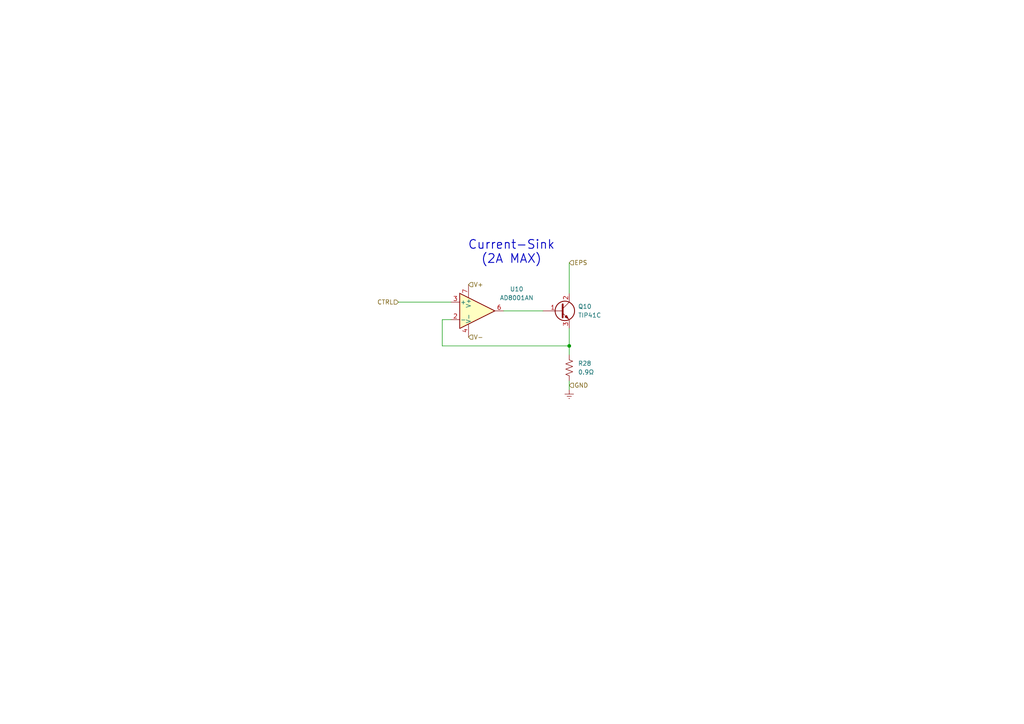
<source format=kicad_sch>
(kicad_sch (version 20231120) (generator "eeschema") (generator_version "8.0")
  (paper "A4")
  (lib_symbols
    (symbol "Amplifier_Operational:AD8001AN" (pin_names (offset 0.127))
      (property "Reference" "U" (at 0 6.35 0))
      (property "Value" "AD8001AN" (at 0 3.81 0))
      (symbol "AD8001AN_0_1"
        (polyline (pts (xy -5.08 5.08) (xy 5.08 0) (xy -5.08 -5.08) (xy -5.08 5.08)) (stroke (width 0.254)) (fill (type background)))
      )
      (symbol "AD8001AN_1_1"
        (pin no_connect line (at -5.08 -2.54 90) (length 2.54) hide (name "NC") (number "1"))
        (pin input line (at -7.62 -2.54 0) (length 2.54) (name "-") (number "2"))
        (pin input line (at -7.62 2.54 0) (length 2.54) (name "+") (number "3"))
        (pin power_in line (at -2.54 -7.62 90) (length 3.81) (name "V-") (number "4"))
        (pin no_connect line (at -2.54 -2.54 90) (length 2.54) hide (name "NC") (number "5"))
        (pin output line (at 7.62 0 180) (length 2.54) (name "~") (number "6"))
        (pin power_in line (at -2.54 7.62 270) (length 3.81) (name "V+") (number "7"))
        (pin no_connect line (at 0 -2.54 90) (length 2.54) hide (name "NC") (number "8"))
      )
    )
    (symbol "Device:R_US" (pin_numbers hide) (pin_names (offset 0))
      (property "Reference" "R" (at 2.54 0 90))
      (property "Value" "R_US" (at -2.54 0 90))
      (symbol "R_US_0_1"
        (polyline (pts (xy 0 -2.286) (xy 0 -2.54)))
        (polyline (pts (xy 0 2.286) (xy 0 2.54)))
        (polyline (pts (xy 0 -0.762) (xy 1.016 -1.143) (xy 0 -1.524) (xy -1.016 -1.905) (xy 0 -2.286)))
        (polyline (pts (xy 0 0.762) (xy 1.016 0.381) (xy 0 0) (xy -1.016 -0.381) (xy 0 -0.762)))
        (polyline (pts (xy 0 2.286) (xy 1.016 1.905) (xy 0 1.524) (xy -1.016 1.143) (xy 0 0.762)))
      )
      (symbol "R_US_1_1"
        (pin passive line (at 0 3.81 270) (length 1.27) (name "~") (number "1"))
        (pin passive line (at 0 -3.81 90) (length 1.27) (name "~") (number "2"))
      )
    )
    (symbol "Transistor_BJT:TIP41C" (pin_names (offset 0) hide)
      (property "Reference" "Q" (at 6.35 1.905 0))
      (property "Value" "TIP41C" (at 6.35 0 0))
      (symbol "TIP41C_0_1"
        (polyline (pts (xy 0.635 0.635) (xy 2.54 2.54)))
        (polyline (pts (xy 0.635 -0.635) (xy 2.54 -2.54) (xy 2.54 -2.54)))
        (polyline (pts (xy 0.635 1.905) (xy 0.635 -1.905) (xy 0.635 -1.905)) (stroke (width 0.508)))
        (polyline (pts (xy 1.27 -1.778) (xy 1.778 -1.27) (xy 2.286 -2.286) (xy 1.27 -1.778) (xy 1.27 -1.778)) (fill (type outline)))
        (circle (center 1.27 0) (radius 2.8194) (stroke (width 0.254)))
      )
      (symbol "TIP41C_1_1"
        (pin input line (at -5.08 0 0) (length 5.715) (name "B") (number "1"))
        (pin passive line (at 2.54 5.08 270) (length 2.54) (name "C") (number "2"))
        (pin passive line (at 2.54 -5.08 90) (length 2.54) (name "E") (number "3"))
      )
    )
    (symbol "power:Earth" (power) (pin_numbers hide) (pin_names (offset 0) hide)
      (property "Value" "Earth" (at 0 -3.81 0))
      (symbol "Earth_0_1"
        (polyline (pts (xy -0.635 -1.905) (xy 0.635 -1.905)))
        (polyline (pts (xy -0.127 -2.54) (xy 0.127 -2.54)))
        (polyline (pts (xy 0 -1.27) (xy 0 0)))
        (polyline (pts (xy 1.27 -1.27) (xy -1.27 -1.27)))
      )
      (symbol "Earth_1_1"
        (pin power_in line (at 0 0 270) (length 0) (name "~") (number "1"))
      )
    )
  )
  (junction (at 165.1 100.33))
  (wire (pts (xy 165.1 100.33) (xy 165.1 102.87)))
  (wire (pts (xy 165.1 76.2) (xy 165.1 85.09)))
  (wire (pts (xy 128.27 100.33) (xy 128.27 92.71)))
  (wire (pts (xy 165.1 110.49) (xy 165.1 113.03)))
  (wire (pts (xy 128.27 100.33) (xy 165.1 100.33)))
  (wire (pts (xy 146.05 90.17) (xy 157.48 90.17)))
  (wire (pts (xy 128.27 92.71) (xy 130.81 92.71)))
  (wire (pts (xy 115.57 87.63) (xy 130.81 87.63)))
  (wire (pts (xy 165.1 95.25) (xy 165.1 100.33)))
  (text "Current-Sink\n(2A MAX)\n" (at 148.336 73.152 0) (effects (font (size 2.54 2.54) (thickness 0.254) (bold yes))))
  (hierarchical_label "V+" (shape input) (at 135.89 82.55 0))
  (hierarchical_label "EPS" (shape input) (at 165.1 76.2 0))
  (hierarchical_label "CTRL" (shape input) (at 115.57 87.63 180))
  (hierarchical_label "V-" (shape input) (at 135.89 97.79 0))
  (hierarchical_label "GND" (shape input) (at 165.1 111.76 0))
  (symbol (lib_id "Device:R_US") (at 165.1 106.68 0) (unit 1)
    (property "Reference" "R28" (at 167.64 105.4099 0) (effects (justify left)))
    (property "Value" "0.9Ω" (at 167.64 107.9499 0) (effects (justify left)))
    (property "Description" "Resistor, US symbol" (effects (hide yes)))
    (instances (project "Load-emulator" (path "" (reference "R28") (unit 1)) (path "" (reference "R29") (unit 1)) (path "" (reference "R26") (unit 1)) (path "" (reference "R21") (unit 1)) (path "" (reference "R35") (unit 1)) (path "" (reference "R20") (unit 1)) (path "" (reference "R25") (unit 1))))
  )
  (symbol (lib_id "power:Earth") (at 165.1 113.03 0) (unit 1)
    (property "Reference" "#PWR061" (effects (hide yes)))
    (property "Value" "Earth" (effects (hide yes)))
    (property "Description" "Power symbol creates a global label with name \"Earth\"" (effects (hide yes)))
    (instances (project "Load-emulator" (path "" (reference "#PWR061") (unit 1)) (path "" (reference "#PWR062") (unit 1)) (path "" (reference "#PWR049") (unit 1)) (path "" (reference "#PWR034") (unit 1)) (path "" (reference "#PWR0101") (unit 1)) (path "" (reference "#PWR033") (unit 1)) (path "" (reference "#PWR045") (unit 1))))
  )
  (symbol (lib_id "Transistor_BJT:TIP41C") (at 162.56 90.17 0) (unit 1)
    (property "Reference" "Q10" (at 167.64 88.8999 0) (effects (justify left)))
    (property "Value" "TIP41C" (at 167.64 91.4399 0) (effects (justify left)))
    (property "Footprint" "Package_TO_SOT_THT:TO-220-3_Vertical" (effects (hide yes)))
    (property "Datasheet" "https://www.centralsemi.com/get_document.php?cmp=1&mergetype=pd&mergepath=pd&pdf_id=tip41.PDF" (effects (hide yes)))
    (property "Description" "6A Ic, 100V Vce, Power NPN Transistor, TO-220" (effects (hide yes)))
    (instances (project "Load-emulator" (path "" (reference "Q10") (unit 1)) (path "" (reference "Q11") (unit 1)) (path "" (reference "Q8") (unit 1)) (path "" (reference "Q5") (unit 1)) (path "" (reference "Q13") (unit 1)) (path "" (reference "Q4") (unit 1)) (path "" (reference "Q7") (unit 1))))
  )
  (symbol (lib_id "Amplifier_Operational:AD8001AN") (at 138.43 90.17 0) (unit 1)
    (property "Reference" "U10" (at 149.86 83.8514 0))
    (property "Value" "AD8001AN" (at 149.86 86.3914 0))
    (property "Footprint" "Package_DIP:DIP-8_W7.62mm" (effects (hide yes)))
    (property "Datasheet" "https://www.analog.com/media/en/technical-documentation/data-sheets/ad8001.pdf" (effects (hide yes)))
    (property "Description" "Current Feedback Amplifier, 800 MHz, 50mW, DIP-8" (effects (hide yes)))
    (instances (project "Load-emulator" (path "" (reference "U10") (unit 1)) (path "" (reference "U11") (unit 1)) (path "" (reference "U8") (unit 1)) (path "" (reference "U5") (unit 1)) (path "" (reference "U13") (unit 1)) (path "" (reference "U4") (unit 1)) (path "" (reference "U7") (unit 1))))
  )
)
</source>
